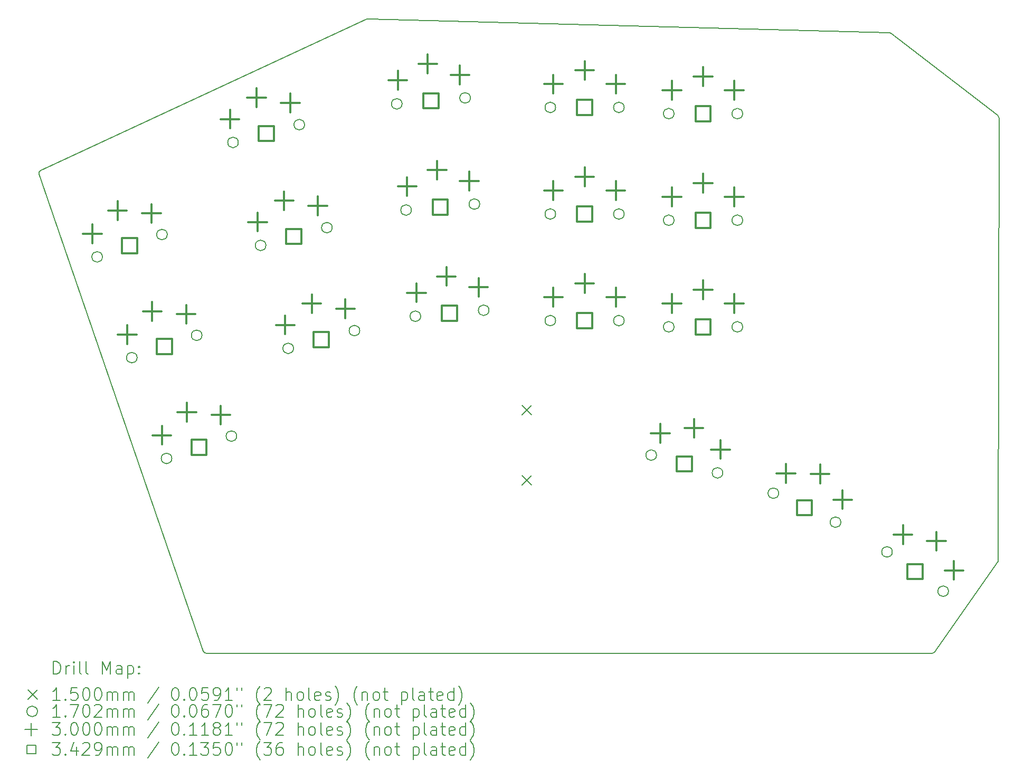
<source format=gbr>
%FSLAX45Y45*%
G04 Gerber Fmt 4.5, Leading zero omitted, Abs format (unit mm)*
G04 Created by KiCad (PCBNEW 5.99.0-unknown-fa82fcb809~131~ubuntu20.04.1) date 2021-08-27 12:16:20*
%MOMM*%
%LPD*%
G01*
G04 APERTURE LIST*
%TA.AperFunction,Profile*%
%ADD10C,0.150000*%
%TD*%
%ADD11C,0.200000*%
%ADD12C,0.150000*%
%ADD13C,0.170180*%
%ADD14C,0.300000*%
%ADD15C,0.342900*%
G04 APERTURE END LIST*
D10*
X10545124Y6549097D02*
X12262703Y5224108D01*
X12282162Y5184424D02*
X12268700Y-1907414D01*
X12268700Y-1907414D02*
G75*
G02*
X12259658Y-1935997I-50000J95D01*
G01*
X11251164Y-3376276D02*
G75*
G02*
X11210202Y-3397598I-40958J28679D01*
G01*
X11210202Y-3397598D02*
X-437783Y-3396573D01*
X12262703Y5224108D02*
G75*
G02*
X12282162Y5184424I-30540J-39589D01*
G01*
X-437783Y-3396573D02*
G75*
G02*
X-485055Y-3362852I4J50000D01*
G01*
X2160572Y6780047D02*
X10515903Y6559490D01*
X-3092431Y4347306D02*
X2138200Y6775416D01*
X-485055Y-3362852D02*
X-3118654Y4285675D01*
X12259658Y-1935997D02*
X11251164Y-3376276D01*
X10515903Y6559490D02*
G75*
G02*
X10545124Y6549097I-1319J-49983D01*
G01*
X2138200Y6775416D02*
G75*
G02*
X2160572Y6780047I21053J-45352D01*
G01*
X-3118654Y4285675D02*
G75*
G02*
X-3092431Y4347306I47276J16278D01*
G01*
D11*
D12*
X4627209Y576560D02*
X4777209Y426560D01*
X4777209Y576560D02*
X4627209Y426560D01*
X4627209Y-548440D02*
X4777209Y-698440D01*
X4777209Y-548440D02*
X4627209Y-698440D01*
D13*
X-2101854Y2961993D02*
G75*
G03*
X-2101854Y2961993I-85090J0D01*
G01*
X-2101854Y2961993D02*
G75*
G03*
X-2101854Y2961993I-85090J0D01*
G01*
X-1545133Y1345156D02*
G75*
G03*
X-1545133Y1345156I-85090J0D01*
G01*
X-1545133Y1345156D02*
G75*
G03*
X-1545133Y1345156I-85090J0D01*
G01*
X-1061784Y3320118D02*
G75*
G03*
X-1061784Y3320118I-85090J0D01*
G01*
X-1061784Y3320118D02*
G75*
G03*
X-1061784Y3320118I-85090J0D01*
G01*
X-988411Y-271681D02*
G75*
G03*
X-988411Y-271681I-85090J0D01*
G01*
X-988411Y-271681D02*
G75*
G03*
X-988411Y-271681I-85090J0D01*
G01*
X-505062Y1703281D02*
G75*
G03*
X-505062Y1703281I-85090J0D01*
G01*
X-505062Y1703281D02*
G75*
G03*
X-505062Y1703281I-85090J0D01*
G01*
X51659Y86444D02*
G75*
G03*
X51659Y86444I-85090J0D01*
G01*
X51659Y86444D02*
G75*
G03*
X51659Y86444I-85090J0D01*
G01*
X77802Y4797515D02*
G75*
G03*
X77802Y4797515I-85090J0D01*
G01*
X77802Y4797515D02*
G75*
G03*
X77802Y4797515I-85090J0D01*
G01*
X520382Y3145782D02*
G75*
G03*
X520382Y3145782I-85090J0D01*
G01*
X520382Y3145782D02*
G75*
G03*
X520382Y3145782I-85090J0D01*
G01*
X962963Y1494049D02*
G75*
G03*
X962963Y1494049I-85090J0D01*
G01*
X962963Y1494049D02*
G75*
G03*
X962963Y1494049I-85090J0D01*
G01*
X1140320Y5082216D02*
G75*
G03*
X1140320Y5082216I-85090J0D01*
G01*
X1140320Y5082216D02*
G75*
G03*
X1140320Y5082216I-85090J0D01*
G01*
X1582901Y3430483D02*
G75*
G03*
X1582901Y3430483I-85090J0D01*
G01*
X1582901Y3430483D02*
G75*
G03*
X1582901Y3430483I-85090J0D01*
G01*
X2025481Y1778750D02*
G75*
G03*
X2025481Y1778750I-85090J0D01*
G01*
X2025481Y1778750D02*
G75*
G03*
X2025481Y1778750I-85090J0D01*
G01*
X2704619Y5416188D02*
G75*
G03*
X2704619Y5416188I-85090J0D01*
G01*
X2704619Y5416188D02*
G75*
G03*
X2704619Y5416188I-85090J0D01*
G01*
X2853655Y3712695D02*
G75*
G03*
X2853655Y3712695I-85090J0D01*
G01*
X2853655Y3712695D02*
G75*
G03*
X2853655Y3712695I-85090J0D01*
G01*
X3002691Y2009202D02*
G75*
G03*
X3002691Y2009202I-85090J0D01*
G01*
X3002691Y2009202D02*
G75*
G03*
X3002691Y2009202I-85090J0D01*
G01*
X3800433Y5512060D02*
G75*
G03*
X3800433Y5512060I-85090J0D01*
G01*
X3800433Y5512060D02*
G75*
G03*
X3800433Y5512060I-85090J0D01*
G01*
X3949469Y3808567D02*
G75*
G03*
X3949469Y3808567I-85090J0D01*
G01*
X3949469Y3808567D02*
G75*
G03*
X3949469Y3808567I-85090J0D01*
G01*
X4098505Y2105074D02*
G75*
G03*
X4098505Y2105074I-85090J0D01*
G01*
X4098505Y2105074D02*
G75*
G03*
X4098505Y2105074I-85090J0D01*
G01*
X5167299Y5359060D02*
G75*
G03*
X5167299Y5359060I-85090J0D01*
G01*
X5167299Y5359060D02*
G75*
G03*
X5167299Y5359060I-85090J0D01*
G01*
X5167299Y3649060D02*
G75*
G03*
X5167299Y3649060I-85090J0D01*
G01*
X5167299Y3649060D02*
G75*
G03*
X5167299Y3649060I-85090J0D01*
G01*
X5167299Y1939060D02*
G75*
G03*
X5167299Y1939060I-85090J0D01*
G01*
X5167299Y1939060D02*
G75*
G03*
X5167299Y1939060I-85090J0D01*
G01*
X6267299Y5359060D02*
G75*
G03*
X6267299Y5359060I-85090J0D01*
G01*
X6267299Y5359060D02*
G75*
G03*
X6267299Y5359060I-85090J0D01*
G01*
X6267299Y3649060D02*
G75*
G03*
X6267299Y3649060I-85090J0D01*
G01*
X6267299Y3649060D02*
G75*
G03*
X6267299Y3649060I-85090J0D01*
G01*
X6267299Y1939060D02*
G75*
G03*
X6267299Y1939060I-85090J0D01*
G01*
X6267299Y1939060D02*
G75*
G03*
X6267299Y1939060I-85090J0D01*
G01*
X6786040Y-218589D02*
G75*
G03*
X6786040Y-218589I-85090J0D01*
G01*
X6786040Y-218589D02*
G75*
G03*
X6786040Y-218589I-85090J0D01*
G01*
X7067299Y5259060D02*
G75*
G03*
X7067299Y5259060I-85090J0D01*
G01*
X7067299Y5259060D02*
G75*
G03*
X7067299Y5259060I-85090J0D01*
G01*
X7067299Y3549060D02*
G75*
G03*
X7067299Y3549060I-85090J0D01*
G01*
X7067299Y3549060D02*
G75*
G03*
X7067299Y3549060I-85090J0D01*
G01*
X7067299Y1839060D02*
G75*
G03*
X7067299Y1839060I-85090J0D01*
G01*
X7067299Y1839060D02*
G75*
G03*
X7067299Y1839060I-85090J0D01*
G01*
X7848558Y-503290D02*
G75*
G03*
X7848558Y-503290I-85090J0D01*
G01*
X7848558Y-503290D02*
G75*
G03*
X7848558Y-503290I-85090J0D01*
G01*
X8167299Y5259060D02*
G75*
G03*
X8167299Y5259060I-85090J0D01*
G01*
X8167299Y5259060D02*
G75*
G03*
X8167299Y5259060I-85090J0D01*
G01*
X8167299Y3549060D02*
G75*
G03*
X8167299Y3549060I-85090J0D01*
G01*
X8167299Y3549060D02*
G75*
G03*
X8167299Y3549060I-85090J0D01*
G01*
X8167299Y1839060D02*
G75*
G03*
X8167299Y1839060I-85090J0D01*
G01*
X8167299Y1839060D02*
G75*
G03*
X8167299Y1839060I-85090J0D01*
G01*
X8744871Y-829522D02*
G75*
G03*
X8744871Y-829522I-85090J0D01*
G01*
X8744871Y-829522D02*
G75*
G03*
X8744871Y-829522I-85090J0D01*
G01*
X9741810Y-1294402D02*
G75*
G03*
X9741810Y-1294402I-85090J0D01*
G01*
X9741810Y-1294402D02*
G75*
G03*
X9741810Y-1294402I-85090J0D01*
G01*
X10567856Y-1771320D02*
G75*
G03*
X10567856Y-1771320I-85090J0D01*
G01*
X10567856Y-1771320D02*
G75*
G03*
X10567856Y-1771320I-85090J0D01*
G01*
X11468923Y-2402254D02*
G75*
G03*
X11468923Y-2402254I-85090J0D01*
G01*
X11468923Y-2402254D02*
G75*
G03*
X11468923Y-2402254I-85090J0D01*
G01*
D14*
X-2261756Y3482840D02*
X-2261756Y3182840D01*
X-2411756Y3332840D02*
X-2111756Y3332840D01*
X-1860622Y3853639D02*
X-1860622Y3553639D01*
X-2010622Y3703639D02*
X-1710622Y3703639D01*
X-1860622Y3853639D02*
X-1860622Y3553639D01*
X-2010622Y3703639D02*
X-1710622Y3703639D01*
X-1705035Y1866004D02*
X-1705035Y1566004D01*
X-1855035Y1716004D02*
X-1555035Y1716004D01*
X-1316238Y3808409D02*
X-1316238Y3508409D01*
X-1466238Y3658409D02*
X-1166238Y3658409D01*
X-1303901Y2236802D02*
X-1303901Y1936802D01*
X-1453900Y2086802D02*
X-1153901Y2086802D01*
X-1303901Y2236802D02*
X-1303901Y1936802D01*
X-1453900Y2086802D02*
X-1153901Y2086802D01*
X-1148313Y249167D02*
X-1148313Y-50833D01*
X-1298313Y99167D02*
X-998313Y99167D01*
X-759516Y2191572D02*
X-759516Y1891572D01*
X-909516Y2041572D02*
X-609516Y2041572D01*
X-747179Y619965D02*
X-747179Y319965D01*
X-897179Y469965D02*
X-597179Y469965D01*
X-747179Y619965D02*
X-747179Y319965D01*
X-897179Y469965D02*
X-597179Y469965D01*
X-202795Y574735D02*
X-202795Y274735D01*
X-352795Y424735D02*
X-52795Y424735D01*
X-56049Y5322678D02*
X-56049Y5022678D01*
X-206049Y5172678D02*
X93951Y5172678D01*
X369974Y5664591D02*
X369974Y5364592D01*
X219974Y5514592D02*
X519974Y5514592D01*
X369974Y5664591D02*
X369974Y5364592D01*
X219974Y5514592D02*
X519974Y5514592D01*
X386531Y3670945D02*
X386531Y3370945D01*
X236531Y3520945D02*
X536532Y3520945D01*
X812554Y4012858D02*
X812554Y3712858D01*
X662554Y3862858D02*
X962554Y3862858D01*
X812554Y4012858D02*
X812554Y3712858D01*
X662554Y3862858D02*
X962554Y3862858D01*
X829112Y2019212D02*
X829112Y1719212D01*
X679112Y1869212D02*
X979112Y1869212D01*
X909877Y5581497D02*
X909877Y5281497D01*
X759877Y5431497D02*
X1059877Y5431497D01*
X1255135Y2361125D02*
X1255135Y2061125D01*
X1105135Y2211125D02*
X1405135Y2211125D01*
X1255135Y2361125D02*
X1255135Y2061125D01*
X1105135Y2211125D02*
X1405135Y2211125D01*
X1352457Y3929764D02*
X1352457Y3629764D01*
X1202457Y3779764D02*
X1502457Y3779764D01*
X1795038Y2278031D02*
X1795038Y1978031D01*
X1645038Y2128031D02*
X1945038Y2128031D01*
X2636655Y5944119D02*
X2636655Y5644119D01*
X2486655Y5794119D02*
X2786655Y5794119D01*
X2785691Y4240626D02*
X2785691Y3940626D01*
X2635691Y4090626D02*
X2935691Y4090626D01*
X2934727Y2537133D02*
X2934727Y2237133D01*
X2784727Y2387133D02*
X3084727Y2387133D01*
X3115578Y6206860D02*
X3115578Y5906860D01*
X2965578Y6056860D02*
X3265578Y6056860D01*
X3115578Y6206860D02*
X3115578Y5906860D01*
X2965578Y6056860D02*
X3265578Y6056860D01*
X3264614Y4503367D02*
X3264614Y4203367D01*
X3114614Y4353367D02*
X3414614Y4353367D01*
X3264614Y4503367D02*
X3264614Y4203367D01*
X3114614Y4353367D02*
X3414614Y4353367D01*
X3413650Y2799874D02*
X3413650Y2499874D01*
X3263650Y2649874D02*
X3563650Y2649874D01*
X3413650Y2799874D02*
X3413650Y2499874D01*
X3263650Y2649874D02*
X3563650Y2649874D01*
X3632849Y6031275D02*
X3632849Y5731275D01*
X3482849Y5881275D02*
X3782849Y5881275D01*
X3781886Y4327782D02*
X3781886Y4027782D01*
X3631886Y4177782D02*
X3931886Y4177782D01*
X3930922Y2624289D02*
X3930922Y2324289D01*
X3780922Y2474289D02*
X4080922Y2474289D01*
X5132209Y5884060D02*
X5132209Y5584060D01*
X4982209Y5734060D02*
X5282209Y5734060D01*
X5132209Y4174060D02*
X5132209Y3874060D01*
X4982209Y4024060D02*
X5282209Y4024060D01*
X5132209Y2464060D02*
X5132209Y2164060D01*
X4982209Y2314060D02*
X5282209Y2314060D01*
X5632209Y6104060D02*
X5632209Y5804060D01*
X5482209Y5954060D02*
X5782209Y5954060D01*
X5632209Y6104060D02*
X5632209Y5804060D01*
X5482209Y5954060D02*
X5782209Y5954060D01*
X5632209Y4394060D02*
X5632209Y4094060D01*
X5482209Y4244060D02*
X5782209Y4244060D01*
X5632209Y4394060D02*
X5632209Y4094060D01*
X5482209Y4244060D02*
X5782209Y4244060D01*
X5632209Y2684060D02*
X5632209Y2384060D01*
X5482209Y2534060D02*
X5782209Y2534060D01*
X5632209Y2684060D02*
X5632209Y2384060D01*
X5482209Y2534060D02*
X5782209Y2534060D01*
X6132209Y5884060D02*
X6132209Y5584060D01*
X5982209Y5734060D02*
X6282209Y5734060D01*
X6132209Y4174060D02*
X6132209Y3874060D01*
X5982209Y4024060D02*
X6282209Y4024060D01*
X6132209Y2464060D02*
X6132209Y2164060D01*
X5982209Y2314060D02*
X6282209Y2314060D01*
X6846303Y280692D02*
X6846303Y-19308D01*
X6696303Y130692D02*
X6996303Y130692D01*
X7032209Y5784060D02*
X7032209Y5484060D01*
X6882209Y5634060D02*
X7182209Y5634060D01*
X7032209Y4074060D02*
X7032209Y3774060D01*
X6882209Y3924060D02*
X7182209Y3924060D01*
X7032209Y2364060D02*
X7032209Y2064060D01*
X6882209Y2214060D02*
X7182209Y2214060D01*
X7386206Y363786D02*
X7386206Y63786D01*
X7236206Y213786D02*
X7536206Y213786D01*
X7386206Y363786D02*
X7386206Y63786D01*
X7236206Y213786D02*
X7536206Y213786D01*
X7532209Y6004060D02*
X7532209Y5704060D01*
X7382209Y5854060D02*
X7682209Y5854060D01*
X7532209Y6004060D02*
X7532209Y5704060D01*
X7382209Y5854060D02*
X7682209Y5854060D01*
X7532209Y4294060D02*
X7532209Y3994060D01*
X7382209Y4144060D02*
X7682209Y4144060D01*
X7532209Y4294060D02*
X7532209Y3994060D01*
X7382209Y4144060D02*
X7682209Y4144060D01*
X7532209Y2584060D02*
X7532209Y2284060D01*
X7382209Y2434060D02*
X7682209Y2434060D01*
X7532209Y2584060D02*
X7532209Y2284060D01*
X7382209Y2434060D02*
X7682209Y2434060D01*
X7812229Y21873D02*
X7812229Y-278127D01*
X7662229Y-128127D02*
X7962229Y-128127D01*
X8032209Y5784060D02*
X8032209Y5484060D01*
X7882209Y5634060D02*
X8182209Y5634060D01*
X8032209Y4074060D02*
X8032209Y3774060D01*
X7882209Y3924060D02*
X8182209Y3924060D01*
X8032209Y2364060D02*
X8032209Y2064060D01*
X7882209Y2214060D02*
X8182209Y2214060D01*
X8863578Y-360787D02*
X8863578Y-660787D01*
X8713578Y-510787D02*
X9013578Y-510787D01*
X9409708Y-372708D02*
X9409708Y-672709D01*
X9259708Y-522708D02*
X9559708Y-522708D01*
X9409708Y-372708D02*
X9409708Y-672709D01*
X9259708Y-522708D02*
X9559708Y-522708D01*
X9769886Y-783405D02*
X9769886Y-1083405D01*
X9619886Y-933405D02*
X9919886Y-933405D01*
X10738815Y-1342817D02*
X10738815Y-1642816D01*
X10588815Y-1492816D02*
X10888815Y-1492816D01*
X11274577Y-1449391D02*
X11274577Y-1749391D01*
X11124578Y-1599391D02*
X11424577Y-1599391D01*
X11274577Y-1449391D02*
X11274577Y-1749391D01*
X11124578Y-1599391D02*
X11424577Y-1599391D01*
X11557967Y-1916393D02*
X11557967Y-2216393D01*
X11407967Y-2066393D02*
X11707967Y-2066393D01*
D15*
X-1545674Y3019820D02*
X-1545674Y3262290D01*
X-1788143Y3262290D01*
X-1788143Y3019820D01*
X-1545674Y3019820D01*
X-1545674Y3019820D02*
X-1545674Y3262290D01*
X-1788143Y3262290D01*
X-1788143Y3019820D01*
X-1545674Y3019820D01*
X-988953Y1402984D02*
X-988953Y1645453D01*
X-1231422Y1645453D01*
X-1231422Y1402984D01*
X-988953Y1402984D01*
X-988953Y1402984D02*
X-988953Y1645453D01*
X-1231422Y1645453D01*
X-1231422Y1402984D01*
X-988953Y1402984D01*
X-432231Y-213853D02*
X-432231Y28616D01*
X-674701Y28616D01*
X-674701Y-213853D01*
X-432231Y-213853D01*
X-432231Y-213853D02*
X-432231Y28616D01*
X-674701Y28616D01*
X-674701Y-213853D01*
X-432231Y-213853D01*
X645206Y4818631D02*
X645206Y5061100D01*
X402736Y5061100D01*
X402736Y4818631D01*
X645206Y4818631D01*
X645206Y4818631D02*
X645206Y5061100D01*
X402736Y5061100D01*
X402736Y4818631D01*
X645206Y4818631D01*
X1087786Y3166898D02*
X1087786Y3409367D01*
X845317Y3409367D01*
X845317Y3166898D01*
X1087786Y3166898D01*
X1087786Y3166898D02*
X1087786Y3409367D01*
X845317Y3409367D01*
X845317Y3166898D01*
X1087786Y3166898D01*
X1530367Y1515165D02*
X1530367Y1757634D01*
X1287898Y1757634D01*
X1287898Y1515165D01*
X1530367Y1515165D01*
X1530367Y1515165D02*
X1530367Y1757634D01*
X1287898Y1757634D01*
X1287898Y1515165D01*
X1530367Y1515165D01*
X3288670Y5342889D02*
X3288670Y5585359D01*
X3046201Y5585359D01*
X3046201Y5342889D01*
X3288670Y5342889D01*
X3288670Y5342889D02*
X3288670Y5585359D01*
X3046201Y5585359D01*
X3046201Y5342889D01*
X3288670Y5342889D01*
X3437706Y3639396D02*
X3437706Y3881865D01*
X3195237Y3881865D01*
X3195237Y3639396D01*
X3437706Y3639396D01*
X3437706Y3639396D02*
X3437706Y3881865D01*
X3195237Y3881865D01*
X3195237Y3639396D01*
X3437706Y3639396D01*
X3586743Y1935903D02*
X3586743Y2178373D01*
X3344274Y2178373D01*
X3344274Y1935903D01*
X3586743Y1935903D01*
X3586743Y1935903D02*
X3586743Y2178373D01*
X3344274Y2178373D01*
X3344274Y1935903D01*
X3586743Y1935903D01*
X5753444Y5237826D02*
X5753444Y5480295D01*
X5510975Y5480295D01*
X5510975Y5237826D01*
X5753444Y5237826D01*
X5753444Y5237826D02*
X5753444Y5480295D01*
X5510975Y5480295D01*
X5510975Y5237826D01*
X5753444Y5237826D01*
X5753444Y3527825D02*
X5753444Y3770295D01*
X5510975Y3770295D01*
X5510975Y3527825D01*
X5753444Y3527825D01*
X5753444Y3527825D02*
X5753444Y3770295D01*
X5510975Y3770295D01*
X5510975Y3527825D01*
X5753444Y3527825D01*
X5753444Y1817825D02*
X5753444Y2060295D01*
X5510975Y2060295D01*
X5510975Y1817825D01*
X5753444Y1817825D01*
X5753444Y1817825D02*
X5753444Y2060295D01*
X5510975Y2060295D01*
X5510975Y1817825D01*
X5753444Y1817825D01*
X7353444Y-482174D02*
X7353444Y-239705D01*
X7110974Y-239705D01*
X7110974Y-482174D01*
X7353444Y-482174D01*
X7353444Y-482174D02*
X7353444Y-239705D01*
X7110974Y-239705D01*
X7110974Y-482174D01*
X7353444Y-482174D01*
X7653444Y5137826D02*
X7653444Y5380295D01*
X7410974Y5380295D01*
X7410974Y5137826D01*
X7653444Y5137826D01*
X7653444Y5137826D02*
X7653444Y5380295D01*
X7410974Y5380295D01*
X7410974Y5137826D01*
X7653444Y5137826D01*
X7653444Y3427825D02*
X7653444Y3670295D01*
X7410974Y3670295D01*
X7410974Y3427825D01*
X7653444Y3427825D01*
X7653444Y3427825D02*
X7653444Y3670295D01*
X7410974Y3670295D01*
X7410974Y3427825D01*
X7653444Y3427825D01*
X7653444Y1717825D02*
X7653444Y1960295D01*
X7410974Y1960295D01*
X7410974Y1717825D01*
X7653444Y1717825D01*
X7653444Y1717825D02*
X7653444Y1960295D01*
X7410974Y1960295D01*
X7410974Y1717825D01*
X7653444Y1717825D01*
X9279485Y-1183196D02*
X9279485Y-940727D01*
X9037016Y-940727D01*
X9037016Y-1183196D01*
X9279485Y-1183196D01*
X9279485Y-1183196D02*
X9279485Y-940727D01*
X9037016Y-940727D01*
X9037016Y-1183196D01*
X9279485Y-1183196D01*
X11054534Y-2208021D02*
X11054534Y-1965552D01*
X10812065Y-1965552D01*
X10812065Y-2208021D01*
X11054534Y-2208021D01*
X11054534Y-2208021D02*
X11054534Y-1965552D01*
X10812065Y-1965552D01*
X10812065Y-2208021D01*
X11054534Y-2208021D01*
D11*
X-2886259Y-3730574D02*
X-2886259Y-3530574D01*
X-2838640Y-3530574D01*
X-2810068Y-3540098D01*
X-2791021Y-3559145D01*
X-2781497Y-3578193D01*
X-2771973Y-3616288D01*
X-2771973Y-3644860D01*
X-2781497Y-3682955D01*
X-2791021Y-3702002D01*
X-2810068Y-3721050D01*
X-2838640Y-3730574D01*
X-2886259Y-3730574D01*
X-2686259Y-3730574D02*
X-2686259Y-3597240D01*
X-2686259Y-3635336D02*
X-2676735Y-3616288D01*
X-2667211Y-3606764D01*
X-2648164Y-3597240D01*
X-2629116Y-3597240D01*
X-2562449Y-3730574D02*
X-2562449Y-3597240D01*
X-2562449Y-3530574D02*
X-2571973Y-3540098D01*
X-2562449Y-3549621D01*
X-2552926Y-3540098D01*
X-2562449Y-3530574D01*
X-2562449Y-3549621D01*
X-2438640Y-3730574D02*
X-2457688Y-3721050D01*
X-2467211Y-3702002D01*
X-2467211Y-3530574D01*
X-2333878Y-3730574D02*
X-2352926Y-3721050D01*
X-2362449Y-3702002D01*
X-2362449Y-3530574D01*
X-2105307Y-3730574D02*
X-2105307Y-3530574D01*
X-2038640Y-3673431D01*
X-1971973Y-3530574D01*
X-1971973Y-3730574D01*
X-1791021Y-3730574D02*
X-1791021Y-3625812D01*
X-1800545Y-3606764D01*
X-1819592Y-3597240D01*
X-1857687Y-3597240D01*
X-1876735Y-3606764D01*
X-1791021Y-3721050D02*
X-1810068Y-3730574D01*
X-1857687Y-3730574D01*
X-1876735Y-3721050D01*
X-1886259Y-3702002D01*
X-1886259Y-3682955D01*
X-1876735Y-3663907D01*
X-1857687Y-3654383D01*
X-1810068Y-3654383D01*
X-1791021Y-3644860D01*
X-1695783Y-3597240D02*
X-1695783Y-3797240D01*
X-1695783Y-3606764D02*
X-1676735Y-3597240D01*
X-1638640Y-3597240D01*
X-1619592Y-3606764D01*
X-1610068Y-3616288D01*
X-1600545Y-3635336D01*
X-1600545Y-3692479D01*
X-1610068Y-3711526D01*
X-1619592Y-3721050D01*
X-1638640Y-3730574D01*
X-1676735Y-3730574D01*
X-1695783Y-3721050D01*
X-1514830Y-3711526D02*
X-1505306Y-3721050D01*
X-1514830Y-3730574D01*
X-1524354Y-3721050D01*
X-1514830Y-3711526D01*
X-1514830Y-3730574D01*
X-1514830Y-3606764D02*
X-1505306Y-3616288D01*
X-1514830Y-3625812D01*
X-1524354Y-3616288D01*
X-1514830Y-3606764D01*
X-1514830Y-3625812D01*
D12*
X-3293878Y-3985098D02*
X-3143878Y-4135098D01*
X-3143878Y-3985098D02*
X-3293878Y-4135098D01*
D11*
X-2781497Y-4150574D02*
X-2895783Y-4150574D01*
X-2838640Y-4150574D02*
X-2838640Y-3950574D01*
X-2857687Y-3979145D01*
X-2876735Y-3998193D01*
X-2895783Y-4007717D01*
X-2695783Y-4131526D02*
X-2686259Y-4141050D01*
X-2695783Y-4150574D01*
X-2705307Y-4141050D01*
X-2695783Y-4131526D01*
X-2695783Y-4150574D01*
X-2505307Y-3950574D02*
X-2600545Y-3950574D01*
X-2610068Y-4045812D01*
X-2600545Y-4036288D01*
X-2581497Y-4026764D01*
X-2533878Y-4026764D01*
X-2514830Y-4036288D01*
X-2505307Y-4045812D01*
X-2495783Y-4064860D01*
X-2495783Y-4112479D01*
X-2505307Y-4131526D01*
X-2514830Y-4141050D01*
X-2533878Y-4150574D01*
X-2581497Y-4150574D01*
X-2600545Y-4141050D01*
X-2610068Y-4131526D01*
X-2371973Y-3950574D02*
X-2352926Y-3950574D01*
X-2333878Y-3960098D01*
X-2324354Y-3969621D01*
X-2314830Y-3988669D01*
X-2305307Y-4026764D01*
X-2305307Y-4074383D01*
X-2314830Y-4112479D01*
X-2324354Y-4131526D01*
X-2333878Y-4141050D01*
X-2352926Y-4150574D01*
X-2371973Y-4150574D01*
X-2391021Y-4141050D01*
X-2400545Y-4131526D01*
X-2410068Y-4112479D01*
X-2419592Y-4074383D01*
X-2419592Y-4026764D01*
X-2410068Y-3988669D01*
X-2400545Y-3969621D01*
X-2391021Y-3960098D01*
X-2371973Y-3950574D01*
X-2181497Y-3950574D02*
X-2162449Y-3950574D01*
X-2143402Y-3960098D01*
X-2133878Y-3969621D01*
X-2124354Y-3988669D01*
X-2114830Y-4026764D01*
X-2114830Y-4074383D01*
X-2124354Y-4112479D01*
X-2133878Y-4131526D01*
X-2143402Y-4141050D01*
X-2162449Y-4150574D01*
X-2181497Y-4150574D01*
X-2200545Y-4141050D01*
X-2210068Y-4131526D01*
X-2219592Y-4112479D01*
X-2229116Y-4074383D01*
X-2229116Y-4026764D01*
X-2219592Y-3988669D01*
X-2210068Y-3969621D01*
X-2200545Y-3960098D01*
X-2181497Y-3950574D01*
X-2029116Y-4150574D02*
X-2029116Y-4017240D01*
X-2029116Y-4036288D02*
X-2019592Y-4026764D01*
X-2000545Y-4017240D01*
X-1971973Y-4017240D01*
X-1952926Y-4026764D01*
X-1943402Y-4045812D01*
X-1943402Y-4150574D01*
X-1943402Y-4045812D02*
X-1933878Y-4026764D01*
X-1914830Y-4017240D01*
X-1886259Y-4017240D01*
X-1867211Y-4026764D01*
X-1857687Y-4045812D01*
X-1857687Y-4150574D01*
X-1762449Y-4150574D02*
X-1762449Y-4017240D01*
X-1762449Y-4036288D02*
X-1752926Y-4026764D01*
X-1733878Y-4017240D01*
X-1705306Y-4017240D01*
X-1686259Y-4026764D01*
X-1676735Y-4045812D01*
X-1676735Y-4150574D01*
X-1676735Y-4045812D02*
X-1667211Y-4026764D01*
X-1648164Y-4017240D01*
X-1619592Y-4017240D01*
X-1600545Y-4026764D01*
X-1591021Y-4045812D01*
X-1591021Y-4150574D01*
X-1200545Y-3941050D02*
X-1371973Y-4198193D01*
X-943402Y-3950574D02*
X-924354Y-3950574D01*
X-905306Y-3960098D01*
X-895783Y-3969621D01*
X-886259Y-3988669D01*
X-876735Y-4026764D01*
X-876735Y-4074383D01*
X-886259Y-4112479D01*
X-895783Y-4131526D01*
X-905306Y-4141050D01*
X-924354Y-4150574D01*
X-943402Y-4150574D01*
X-962449Y-4141050D01*
X-971973Y-4131526D01*
X-981497Y-4112479D01*
X-991021Y-4074383D01*
X-991021Y-4026764D01*
X-981497Y-3988669D01*
X-971973Y-3969621D01*
X-962449Y-3960098D01*
X-943402Y-3950574D01*
X-791021Y-4131526D02*
X-781497Y-4141050D01*
X-791021Y-4150574D01*
X-800545Y-4141050D01*
X-791021Y-4131526D01*
X-791021Y-4150574D01*
X-657688Y-3950574D02*
X-638640Y-3950574D01*
X-619592Y-3960098D01*
X-610068Y-3969621D01*
X-600545Y-3988669D01*
X-591021Y-4026764D01*
X-591021Y-4074383D01*
X-600545Y-4112479D01*
X-610068Y-4131526D01*
X-619592Y-4141050D01*
X-638640Y-4150574D01*
X-657688Y-4150574D01*
X-676735Y-4141050D01*
X-686259Y-4131526D01*
X-695783Y-4112479D01*
X-705306Y-4074383D01*
X-705306Y-4026764D01*
X-695783Y-3988669D01*
X-686259Y-3969621D01*
X-676735Y-3960098D01*
X-657688Y-3950574D01*
X-410068Y-3950574D02*
X-505306Y-3950574D01*
X-514830Y-4045812D01*
X-505306Y-4036288D01*
X-486259Y-4026764D01*
X-438640Y-4026764D01*
X-419592Y-4036288D01*
X-410068Y-4045812D01*
X-400545Y-4064860D01*
X-400545Y-4112479D01*
X-410068Y-4131526D01*
X-419592Y-4141050D01*
X-438640Y-4150574D01*
X-486259Y-4150574D01*
X-505306Y-4141050D01*
X-514830Y-4131526D01*
X-305307Y-4150574D02*
X-267211Y-4150574D01*
X-248164Y-4141050D01*
X-238640Y-4131526D01*
X-219592Y-4102955D01*
X-210068Y-4064860D01*
X-210068Y-3988669D01*
X-219592Y-3969621D01*
X-229116Y-3960098D01*
X-248164Y-3950574D01*
X-286259Y-3950574D01*
X-305307Y-3960098D01*
X-314830Y-3969621D01*
X-324354Y-3988669D01*
X-324354Y-4036288D01*
X-314830Y-4055336D01*
X-305307Y-4064860D01*
X-286259Y-4074383D01*
X-248164Y-4074383D01*
X-229116Y-4064860D01*
X-219592Y-4055336D01*
X-210068Y-4036288D01*
X-19592Y-4150574D02*
X-133878Y-4150574D01*
X-76735Y-4150574D02*
X-76735Y-3950574D01*
X-95783Y-3979145D01*
X-114830Y-3998193D01*
X-133878Y-4007717D01*
X56598Y-3950574D02*
X56598Y-3988669D01*
X132789Y-3950574D02*
X132789Y-3988669D01*
X428027Y-4226764D02*
X418503Y-4217241D01*
X399455Y-4188669D01*
X389931Y-4169621D01*
X380408Y-4141050D01*
X370884Y-4093431D01*
X370884Y-4055336D01*
X380408Y-4007717D01*
X389931Y-3979145D01*
X399455Y-3960098D01*
X418503Y-3931526D01*
X428027Y-3922002D01*
X494693Y-3969621D02*
X504217Y-3960098D01*
X523265Y-3950574D01*
X570884Y-3950574D01*
X589932Y-3960098D01*
X599455Y-3969621D01*
X608979Y-3988669D01*
X608979Y-4007717D01*
X599455Y-4036288D01*
X485170Y-4150574D01*
X608979Y-4150574D01*
X847074Y-4150574D02*
X847074Y-3950574D01*
X932789Y-4150574D02*
X932789Y-4045812D01*
X923265Y-4026764D01*
X904217Y-4017240D01*
X875646Y-4017240D01*
X856598Y-4026764D01*
X847074Y-4036288D01*
X1056598Y-4150574D02*
X1037550Y-4141050D01*
X1028027Y-4131526D01*
X1018503Y-4112479D01*
X1018503Y-4055336D01*
X1028027Y-4036288D01*
X1037550Y-4026764D01*
X1056598Y-4017240D01*
X1085170Y-4017240D01*
X1104217Y-4026764D01*
X1113741Y-4036288D01*
X1123265Y-4055336D01*
X1123265Y-4112479D01*
X1113741Y-4131526D01*
X1104217Y-4141050D01*
X1085170Y-4150574D01*
X1056598Y-4150574D01*
X1237551Y-4150574D02*
X1218503Y-4141050D01*
X1208979Y-4122002D01*
X1208979Y-3950574D01*
X1389932Y-4141050D02*
X1370884Y-4150574D01*
X1332789Y-4150574D01*
X1313741Y-4141050D01*
X1304217Y-4122002D01*
X1304217Y-4045812D01*
X1313741Y-4026764D01*
X1332789Y-4017240D01*
X1370884Y-4017240D01*
X1389932Y-4026764D01*
X1399455Y-4045812D01*
X1399455Y-4064860D01*
X1304217Y-4083907D01*
X1475646Y-4141050D02*
X1494693Y-4150574D01*
X1532789Y-4150574D01*
X1551836Y-4141050D01*
X1561360Y-4122002D01*
X1561360Y-4112479D01*
X1551836Y-4093431D01*
X1532789Y-4083907D01*
X1504217Y-4083907D01*
X1485170Y-4074383D01*
X1475646Y-4055336D01*
X1475646Y-4045812D01*
X1485170Y-4026764D01*
X1504217Y-4017240D01*
X1532789Y-4017240D01*
X1551836Y-4026764D01*
X1628027Y-4226764D02*
X1637550Y-4217241D01*
X1656598Y-4188669D01*
X1666122Y-4169621D01*
X1675646Y-4141050D01*
X1685170Y-4093431D01*
X1685170Y-4055336D01*
X1675646Y-4007717D01*
X1666122Y-3979145D01*
X1656598Y-3960098D01*
X1637550Y-3931526D01*
X1628027Y-3922002D01*
X1989931Y-4226764D02*
X1980408Y-4217241D01*
X1961360Y-4188669D01*
X1951836Y-4169621D01*
X1942312Y-4141050D01*
X1932789Y-4093431D01*
X1932789Y-4055336D01*
X1942312Y-4007717D01*
X1951836Y-3979145D01*
X1961360Y-3960098D01*
X1980408Y-3931526D01*
X1989931Y-3922002D01*
X2066122Y-4017240D02*
X2066122Y-4150574D01*
X2066122Y-4036288D02*
X2075646Y-4026764D01*
X2094693Y-4017240D01*
X2123265Y-4017240D01*
X2142312Y-4026764D01*
X2151836Y-4045812D01*
X2151836Y-4150574D01*
X2275646Y-4150574D02*
X2256598Y-4141050D01*
X2247074Y-4131526D01*
X2237551Y-4112479D01*
X2237551Y-4055336D01*
X2247074Y-4036288D01*
X2256598Y-4026764D01*
X2275646Y-4017240D01*
X2304217Y-4017240D01*
X2323265Y-4026764D01*
X2332789Y-4036288D01*
X2342312Y-4055336D01*
X2342312Y-4112479D01*
X2332789Y-4131526D01*
X2323265Y-4141050D01*
X2304217Y-4150574D01*
X2275646Y-4150574D01*
X2399455Y-4017240D02*
X2475646Y-4017240D01*
X2428027Y-3950574D02*
X2428027Y-4122002D01*
X2437551Y-4141050D01*
X2456598Y-4150574D01*
X2475646Y-4150574D01*
X2694693Y-4017240D02*
X2694693Y-4217241D01*
X2694693Y-4026764D02*
X2713741Y-4017240D01*
X2751836Y-4017240D01*
X2770884Y-4026764D01*
X2780408Y-4036288D01*
X2789932Y-4055336D01*
X2789932Y-4112479D01*
X2780408Y-4131526D01*
X2770884Y-4141050D01*
X2751836Y-4150574D01*
X2713741Y-4150574D01*
X2694693Y-4141050D01*
X2904217Y-4150574D02*
X2885170Y-4141050D01*
X2875646Y-4122002D01*
X2875646Y-3950574D01*
X3066122Y-4150574D02*
X3066122Y-4045812D01*
X3056598Y-4026764D01*
X3037550Y-4017240D01*
X2999455Y-4017240D01*
X2980408Y-4026764D01*
X3066122Y-4141050D02*
X3047074Y-4150574D01*
X2999455Y-4150574D01*
X2980408Y-4141050D01*
X2970884Y-4122002D01*
X2970884Y-4102955D01*
X2980408Y-4083907D01*
X2999455Y-4074383D01*
X3047074Y-4074383D01*
X3066122Y-4064860D01*
X3132789Y-4017240D02*
X3208979Y-4017240D01*
X3161360Y-3950574D02*
X3161360Y-4122002D01*
X3170884Y-4141050D01*
X3189931Y-4150574D01*
X3208979Y-4150574D01*
X3351836Y-4141050D02*
X3332789Y-4150574D01*
X3294693Y-4150574D01*
X3275646Y-4141050D01*
X3266122Y-4122002D01*
X3266122Y-4045812D01*
X3275646Y-4026764D01*
X3294693Y-4017240D01*
X3332789Y-4017240D01*
X3351836Y-4026764D01*
X3361360Y-4045812D01*
X3361360Y-4064860D01*
X3266122Y-4083907D01*
X3532789Y-4150574D02*
X3532789Y-3950574D01*
X3532789Y-4141050D02*
X3513741Y-4150574D01*
X3475646Y-4150574D01*
X3456598Y-4141050D01*
X3447074Y-4131526D01*
X3437550Y-4112479D01*
X3437550Y-4055336D01*
X3447074Y-4036288D01*
X3456598Y-4026764D01*
X3475646Y-4017240D01*
X3513741Y-4017240D01*
X3532789Y-4026764D01*
X3608979Y-4226764D02*
X3618503Y-4217241D01*
X3637550Y-4188669D01*
X3647074Y-4169621D01*
X3656598Y-4141050D01*
X3666122Y-4093431D01*
X3666122Y-4055336D01*
X3656598Y-4007717D01*
X3647074Y-3979145D01*
X3637550Y-3960098D01*
X3618503Y-3931526D01*
X3608979Y-3922002D01*
D13*
X-3143878Y-4330098D02*
G75*
G03*
X-3143878Y-4330098I-85090J0D01*
G01*
D11*
X-2781497Y-4420574D02*
X-2895783Y-4420574D01*
X-2838640Y-4420574D02*
X-2838640Y-4220574D01*
X-2857687Y-4249145D01*
X-2876735Y-4268193D01*
X-2895783Y-4277717D01*
X-2695783Y-4401526D02*
X-2686259Y-4411050D01*
X-2695783Y-4420574D01*
X-2705307Y-4411050D01*
X-2695783Y-4401526D01*
X-2695783Y-4420574D01*
X-2619592Y-4220574D02*
X-2486259Y-4220574D01*
X-2571973Y-4420574D01*
X-2371973Y-4220574D02*
X-2352926Y-4220574D01*
X-2333878Y-4230098D01*
X-2324354Y-4239622D01*
X-2314830Y-4258669D01*
X-2305307Y-4296764D01*
X-2305307Y-4344383D01*
X-2314830Y-4382479D01*
X-2324354Y-4401526D01*
X-2333878Y-4411050D01*
X-2352926Y-4420574D01*
X-2371973Y-4420574D01*
X-2391021Y-4411050D01*
X-2400545Y-4401526D01*
X-2410068Y-4382479D01*
X-2419592Y-4344383D01*
X-2419592Y-4296764D01*
X-2410068Y-4258669D01*
X-2400545Y-4239622D01*
X-2391021Y-4230098D01*
X-2371973Y-4220574D01*
X-2229116Y-4239622D02*
X-2219592Y-4230098D01*
X-2200545Y-4220574D01*
X-2152926Y-4220574D01*
X-2133878Y-4230098D01*
X-2124354Y-4239622D01*
X-2114830Y-4258669D01*
X-2114830Y-4277717D01*
X-2124354Y-4306288D01*
X-2238640Y-4420574D01*
X-2114830Y-4420574D01*
X-2029116Y-4420574D02*
X-2029116Y-4287241D01*
X-2029116Y-4306288D02*
X-2019592Y-4296764D01*
X-2000545Y-4287241D01*
X-1971973Y-4287241D01*
X-1952926Y-4296764D01*
X-1943402Y-4315812D01*
X-1943402Y-4420574D01*
X-1943402Y-4315812D02*
X-1933878Y-4296764D01*
X-1914830Y-4287241D01*
X-1886259Y-4287241D01*
X-1867211Y-4296764D01*
X-1857687Y-4315812D01*
X-1857687Y-4420574D01*
X-1762449Y-4420574D02*
X-1762449Y-4287241D01*
X-1762449Y-4306288D02*
X-1752926Y-4296764D01*
X-1733878Y-4287241D01*
X-1705306Y-4287241D01*
X-1686259Y-4296764D01*
X-1676735Y-4315812D01*
X-1676735Y-4420574D01*
X-1676735Y-4315812D02*
X-1667211Y-4296764D01*
X-1648164Y-4287241D01*
X-1619592Y-4287241D01*
X-1600545Y-4296764D01*
X-1591021Y-4315812D01*
X-1591021Y-4420574D01*
X-1200545Y-4211050D02*
X-1371973Y-4468193D01*
X-943402Y-4220574D02*
X-924354Y-4220574D01*
X-905306Y-4230098D01*
X-895783Y-4239622D01*
X-886259Y-4258669D01*
X-876735Y-4296764D01*
X-876735Y-4344383D01*
X-886259Y-4382479D01*
X-895783Y-4401526D01*
X-905306Y-4411050D01*
X-924354Y-4420574D01*
X-943402Y-4420574D01*
X-962449Y-4411050D01*
X-971973Y-4401526D01*
X-981497Y-4382479D01*
X-991021Y-4344383D01*
X-991021Y-4296764D01*
X-981497Y-4258669D01*
X-971973Y-4239622D01*
X-962449Y-4230098D01*
X-943402Y-4220574D01*
X-791021Y-4401526D02*
X-781497Y-4411050D01*
X-791021Y-4420574D01*
X-800545Y-4411050D01*
X-791021Y-4401526D01*
X-791021Y-4420574D01*
X-657688Y-4220574D02*
X-638640Y-4220574D01*
X-619592Y-4230098D01*
X-610068Y-4239622D01*
X-600545Y-4258669D01*
X-591021Y-4296764D01*
X-591021Y-4344383D01*
X-600545Y-4382479D01*
X-610068Y-4401526D01*
X-619592Y-4411050D01*
X-638640Y-4420574D01*
X-657688Y-4420574D01*
X-676735Y-4411050D01*
X-686259Y-4401526D01*
X-695783Y-4382479D01*
X-705306Y-4344383D01*
X-705306Y-4296764D01*
X-695783Y-4258669D01*
X-686259Y-4239622D01*
X-676735Y-4230098D01*
X-657688Y-4220574D01*
X-419592Y-4220574D02*
X-457687Y-4220574D01*
X-476735Y-4230098D01*
X-486259Y-4239622D01*
X-505306Y-4268193D01*
X-514830Y-4306288D01*
X-514830Y-4382479D01*
X-505306Y-4401526D01*
X-495783Y-4411050D01*
X-476735Y-4420574D01*
X-438640Y-4420574D01*
X-419592Y-4411050D01*
X-410068Y-4401526D01*
X-400545Y-4382479D01*
X-400545Y-4334860D01*
X-410068Y-4315812D01*
X-419592Y-4306288D01*
X-438640Y-4296764D01*
X-476735Y-4296764D01*
X-495783Y-4306288D01*
X-505306Y-4315812D01*
X-514830Y-4334860D01*
X-333878Y-4220574D02*
X-200545Y-4220574D01*
X-286259Y-4420574D01*
X-86259Y-4220574D02*
X-67211Y-4220574D01*
X-48164Y-4230098D01*
X-38640Y-4239622D01*
X-29116Y-4258669D01*
X-19592Y-4296764D01*
X-19592Y-4344383D01*
X-29116Y-4382479D01*
X-38640Y-4401526D01*
X-48164Y-4411050D01*
X-67211Y-4420574D01*
X-86259Y-4420574D01*
X-105306Y-4411050D01*
X-114830Y-4401526D01*
X-124354Y-4382479D01*
X-133878Y-4344383D01*
X-133878Y-4296764D01*
X-124354Y-4258669D01*
X-114830Y-4239622D01*
X-105306Y-4230098D01*
X-86259Y-4220574D01*
X56598Y-4220574D02*
X56598Y-4258669D01*
X132789Y-4220574D02*
X132789Y-4258669D01*
X428027Y-4496764D02*
X418503Y-4487241D01*
X399455Y-4458669D01*
X389931Y-4439622D01*
X380408Y-4411050D01*
X370884Y-4363431D01*
X370884Y-4325336D01*
X380408Y-4277717D01*
X389931Y-4249145D01*
X399455Y-4230098D01*
X418503Y-4201526D01*
X428027Y-4192002D01*
X485170Y-4220574D02*
X618503Y-4220574D01*
X532789Y-4420574D01*
X685170Y-4239622D02*
X694693Y-4230098D01*
X713741Y-4220574D01*
X761360Y-4220574D01*
X780408Y-4230098D01*
X789931Y-4239622D01*
X799455Y-4258669D01*
X799455Y-4277717D01*
X789931Y-4306288D01*
X675646Y-4420574D01*
X799455Y-4420574D01*
X1037550Y-4420574D02*
X1037550Y-4220574D01*
X1123265Y-4420574D02*
X1123265Y-4315812D01*
X1113741Y-4296764D01*
X1094693Y-4287241D01*
X1066122Y-4287241D01*
X1047074Y-4296764D01*
X1037550Y-4306288D01*
X1247074Y-4420574D02*
X1228027Y-4411050D01*
X1218503Y-4401526D01*
X1208979Y-4382479D01*
X1208979Y-4325336D01*
X1218503Y-4306288D01*
X1228027Y-4296764D01*
X1247074Y-4287241D01*
X1275646Y-4287241D01*
X1294693Y-4296764D01*
X1304217Y-4306288D01*
X1313741Y-4325336D01*
X1313741Y-4382479D01*
X1304217Y-4401526D01*
X1294693Y-4411050D01*
X1275646Y-4420574D01*
X1247074Y-4420574D01*
X1428027Y-4420574D02*
X1408979Y-4411050D01*
X1399455Y-4392002D01*
X1399455Y-4220574D01*
X1580408Y-4411050D02*
X1561360Y-4420574D01*
X1523265Y-4420574D01*
X1504217Y-4411050D01*
X1494693Y-4392002D01*
X1494693Y-4315812D01*
X1504217Y-4296764D01*
X1523265Y-4287241D01*
X1561360Y-4287241D01*
X1580408Y-4296764D01*
X1589931Y-4315812D01*
X1589931Y-4334860D01*
X1494693Y-4353907D01*
X1666122Y-4411050D02*
X1685170Y-4420574D01*
X1723265Y-4420574D01*
X1742312Y-4411050D01*
X1751836Y-4392002D01*
X1751836Y-4382479D01*
X1742312Y-4363431D01*
X1723265Y-4353907D01*
X1694693Y-4353907D01*
X1675646Y-4344383D01*
X1666122Y-4325336D01*
X1666122Y-4315812D01*
X1675646Y-4296764D01*
X1694693Y-4287241D01*
X1723265Y-4287241D01*
X1742312Y-4296764D01*
X1818503Y-4496764D02*
X1828027Y-4487241D01*
X1847074Y-4458669D01*
X1856598Y-4439622D01*
X1866122Y-4411050D01*
X1875646Y-4363431D01*
X1875646Y-4325336D01*
X1866122Y-4277717D01*
X1856598Y-4249145D01*
X1847074Y-4230098D01*
X1828027Y-4201526D01*
X1818503Y-4192002D01*
X2180408Y-4496764D02*
X2170884Y-4487241D01*
X2151836Y-4458669D01*
X2142312Y-4439622D01*
X2132789Y-4411050D01*
X2123265Y-4363431D01*
X2123265Y-4325336D01*
X2132789Y-4277717D01*
X2142312Y-4249145D01*
X2151836Y-4230098D01*
X2170884Y-4201526D01*
X2180408Y-4192002D01*
X2256598Y-4287241D02*
X2256598Y-4420574D01*
X2256598Y-4306288D02*
X2266122Y-4296764D01*
X2285170Y-4287241D01*
X2313741Y-4287241D01*
X2332789Y-4296764D01*
X2342312Y-4315812D01*
X2342312Y-4420574D01*
X2466122Y-4420574D02*
X2447074Y-4411050D01*
X2437551Y-4401526D01*
X2428027Y-4382479D01*
X2428027Y-4325336D01*
X2437551Y-4306288D01*
X2447074Y-4296764D01*
X2466122Y-4287241D01*
X2494693Y-4287241D01*
X2513741Y-4296764D01*
X2523265Y-4306288D01*
X2532789Y-4325336D01*
X2532789Y-4382479D01*
X2523265Y-4401526D01*
X2513741Y-4411050D01*
X2494693Y-4420574D01*
X2466122Y-4420574D01*
X2589932Y-4287241D02*
X2666122Y-4287241D01*
X2618503Y-4220574D02*
X2618503Y-4392002D01*
X2628027Y-4411050D01*
X2647074Y-4420574D01*
X2666122Y-4420574D01*
X2885170Y-4287241D02*
X2885170Y-4487241D01*
X2885170Y-4296764D02*
X2904217Y-4287241D01*
X2942312Y-4287241D01*
X2961360Y-4296764D01*
X2970884Y-4306288D01*
X2980408Y-4325336D01*
X2980408Y-4382479D01*
X2970884Y-4401526D01*
X2961360Y-4411050D01*
X2942312Y-4420574D01*
X2904217Y-4420574D01*
X2885170Y-4411050D01*
X3094693Y-4420574D02*
X3075646Y-4411050D01*
X3066122Y-4392002D01*
X3066122Y-4220574D01*
X3256598Y-4420574D02*
X3256598Y-4315812D01*
X3247074Y-4296764D01*
X3228027Y-4287241D01*
X3189931Y-4287241D01*
X3170884Y-4296764D01*
X3256598Y-4411050D02*
X3237550Y-4420574D01*
X3189931Y-4420574D01*
X3170884Y-4411050D01*
X3161360Y-4392002D01*
X3161360Y-4372955D01*
X3170884Y-4353907D01*
X3189931Y-4344383D01*
X3237550Y-4344383D01*
X3256598Y-4334860D01*
X3323265Y-4287241D02*
X3399455Y-4287241D01*
X3351836Y-4220574D02*
X3351836Y-4392002D01*
X3361360Y-4411050D01*
X3380408Y-4420574D01*
X3399455Y-4420574D01*
X3542312Y-4411050D02*
X3523265Y-4420574D01*
X3485170Y-4420574D01*
X3466122Y-4411050D01*
X3456598Y-4392002D01*
X3456598Y-4315812D01*
X3466122Y-4296764D01*
X3485170Y-4287241D01*
X3523265Y-4287241D01*
X3542312Y-4296764D01*
X3551836Y-4315812D01*
X3551836Y-4334860D01*
X3456598Y-4353907D01*
X3723265Y-4420574D02*
X3723265Y-4220574D01*
X3723265Y-4411050D02*
X3704217Y-4420574D01*
X3666122Y-4420574D01*
X3647074Y-4411050D01*
X3637550Y-4401526D01*
X3628027Y-4382479D01*
X3628027Y-4325336D01*
X3637550Y-4306288D01*
X3647074Y-4296764D01*
X3666122Y-4287241D01*
X3704217Y-4287241D01*
X3723265Y-4296764D01*
X3799455Y-4496764D02*
X3808979Y-4487241D01*
X3828027Y-4458669D01*
X3837550Y-4439622D01*
X3847074Y-4411050D01*
X3856598Y-4363431D01*
X3856598Y-4325336D01*
X3847074Y-4277717D01*
X3837550Y-4249145D01*
X3828027Y-4230098D01*
X3808979Y-4201526D01*
X3799455Y-4192002D01*
X-3243878Y-4520278D02*
X-3243878Y-4720278D01*
X-3343878Y-4620278D02*
X-3143878Y-4620278D01*
X-2905306Y-4510754D02*
X-2781497Y-4510754D01*
X-2848164Y-4586944D01*
X-2819592Y-4586944D01*
X-2800545Y-4596468D01*
X-2791021Y-4605992D01*
X-2781497Y-4625040D01*
X-2781497Y-4672659D01*
X-2791021Y-4691706D01*
X-2800545Y-4701230D01*
X-2819592Y-4710754D01*
X-2876735Y-4710754D01*
X-2895783Y-4701230D01*
X-2905306Y-4691706D01*
X-2695783Y-4691706D02*
X-2686259Y-4701230D01*
X-2695783Y-4710754D01*
X-2705307Y-4701230D01*
X-2695783Y-4691706D01*
X-2695783Y-4710754D01*
X-2562449Y-4510754D02*
X-2543402Y-4510754D01*
X-2524354Y-4520278D01*
X-2514830Y-4529802D01*
X-2505307Y-4548849D01*
X-2495783Y-4586944D01*
X-2495783Y-4634563D01*
X-2505307Y-4672659D01*
X-2514830Y-4691706D01*
X-2524354Y-4701230D01*
X-2543402Y-4710754D01*
X-2562449Y-4710754D01*
X-2581497Y-4701230D01*
X-2591021Y-4691706D01*
X-2600545Y-4672659D01*
X-2610068Y-4634563D01*
X-2610068Y-4586944D01*
X-2600545Y-4548849D01*
X-2591021Y-4529802D01*
X-2581497Y-4520278D01*
X-2562449Y-4510754D01*
X-2371973Y-4510754D02*
X-2352926Y-4510754D01*
X-2333878Y-4520278D01*
X-2324354Y-4529802D01*
X-2314830Y-4548849D01*
X-2305307Y-4586944D01*
X-2305307Y-4634563D01*
X-2314830Y-4672659D01*
X-2324354Y-4691706D01*
X-2333878Y-4701230D01*
X-2352926Y-4710754D01*
X-2371973Y-4710754D01*
X-2391021Y-4701230D01*
X-2400545Y-4691706D01*
X-2410068Y-4672659D01*
X-2419592Y-4634563D01*
X-2419592Y-4586944D01*
X-2410068Y-4548849D01*
X-2400545Y-4529802D01*
X-2391021Y-4520278D01*
X-2371973Y-4510754D01*
X-2181497Y-4510754D02*
X-2162449Y-4510754D01*
X-2143402Y-4520278D01*
X-2133878Y-4529802D01*
X-2124354Y-4548849D01*
X-2114830Y-4586944D01*
X-2114830Y-4634563D01*
X-2124354Y-4672659D01*
X-2133878Y-4691706D01*
X-2143402Y-4701230D01*
X-2162449Y-4710754D01*
X-2181497Y-4710754D01*
X-2200545Y-4701230D01*
X-2210068Y-4691706D01*
X-2219592Y-4672659D01*
X-2229116Y-4634563D01*
X-2229116Y-4586944D01*
X-2219592Y-4548849D01*
X-2210068Y-4529802D01*
X-2200545Y-4520278D01*
X-2181497Y-4510754D01*
X-2029116Y-4710754D02*
X-2029116Y-4577421D01*
X-2029116Y-4596468D02*
X-2019592Y-4586944D01*
X-2000545Y-4577421D01*
X-1971973Y-4577421D01*
X-1952926Y-4586944D01*
X-1943402Y-4605992D01*
X-1943402Y-4710754D01*
X-1943402Y-4605992D02*
X-1933878Y-4586944D01*
X-1914830Y-4577421D01*
X-1886259Y-4577421D01*
X-1867211Y-4586944D01*
X-1857687Y-4605992D01*
X-1857687Y-4710754D01*
X-1762449Y-4710754D02*
X-1762449Y-4577421D01*
X-1762449Y-4596468D02*
X-1752926Y-4586944D01*
X-1733878Y-4577421D01*
X-1705306Y-4577421D01*
X-1686259Y-4586944D01*
X-1676735Y-4605992D01*
X-1676735Y-4710754D01*
X-1676735Y-4605992D02*
X-1667211Y-4586944D01*
X-1648164Y-4577421D01*
X-1619592Y-4577421D01*
X-1600545Y-4586944D01*
X-1591021Y-4605992D01*
X-1591021Y-4710754D01*
X-1200545Y-4501230D02*
X-1371973Y-4758373D01*
X-943402Y-4510754D02*
X-924354Y-4510754D01*
X-905306Y-4520278D01*
X-895783Y-4529802D01*
X-886259Y-4548849D01*
X-876735Y-4586944D01*
X-876735Y-4634563D01*
X-886259Y-4672659D01*
X-895783Y-4691706D01*
X-905306Y-4701230D01*
X-924354Y-4710754D01*
X-943402Y-4710754D01*
X-962449Y-4701230D01*
X-971973Y-4691706D01*
X-981497Y-4672659D01*
X-991021Y-4634563D01*
X-991021Y-4586944D01*
X-981497Y-4548849D01*
X-971973Y-4529802D01*
X-962449Y-4520278D01*
X-943402Y-4510754D01*
X-791021Y-4691706D02*
X-781497Y-4701230D01*
X-791021Y-4710754D01*
X-800545Y-4701230D01*
X-791021Y-4691706D01*
X-791021Y-4710754D01*
X-591021Y-4710754D02*
X-705306Y-4710754D01*
X-648164Y-4710754D02*
X-648164Y-4510754D01*
X-667211Y-4539325D01*
X-686259Y-4558373D01*
X-705306Y-4567897D01*
X-400545Y-4710754D02*
X-514830Y-4710754D01*
X-457687Y-4710754D02*
X-457687Y-4510754D01*
X-476735Y-4539325D01*
X-495783Y-4558373D01*
X-514830Y-4567897D01*
X-286259Y-4596468D02*
X-305307Y-4586944D01*
X-314830Y-4577421D01*
X-324354Y-4558373D01*
X-324354Y-4548849D01*
X-314830Y-4529802D01*
X-305307Y-4520278D01*
X-286259Y-4510754D01*
X-248164Y-4510754D01*
X-229116Y-4520278D01*
X-219592Y-4529802D01*
X-210068Y-4548849D01*
X-210068Y-4558373D01*
X-219592Y-4577421D01*
X-229116Y-4586944D01*
X-248164Y-4596468D01*
X-286259Y-4596468D01*
X-305307Y-4605992D01*
X-314830Y-4615516D01*
X-324354Y-4634563D01*
X-324354Y-4672659D01*
X-314830Y-4691706D01*
X-305307Y-4701230D01*
X-286259Y-4710754D01*
X-248164Y-4710754D01*
X-229116Y-4701230D01*
X-219592Y-4691706D01*
X-210068Y-4672659D01*
X-210068Y-4634563D01*
X-219592Y-4615516D01*
X-229116Y-4605992D01*
X-248164Y-4596468D01*
X-19592Y-4710754D02*
X-133878Y-4710754D01*
X-76735Y-4710754D02*
X-76735Y-4510754D01*
X-95783Y-4539325D01*
X-114830Y-4558373D01*
X-133878Y-4567897D01*
X56598Y-4510754D02*
X56598Y-4548849D01*
X132789Y-4510754D02*
X132789Y-4548849D01*
X428027Y-4786944D02*
X418503Y-4777421D01*
X399455Y-4748849D01*
X389931Y-4729802D01*
X380408Y-4701230D01*
X370884Y-4653611D01*
X370884Y-4615516D01*
X380408Y-4567897D01*
X389931Y-4539325D01*
X399455Y-4520278D01*
X418503Y-4491706D01*
X428027Y-4482182D01*
X485170Y-4510754D02*
X618503Y-4510754D01*
X532789Y-4710754D01*
X685170Y-4529802D02*
X694693Y-4520278D01*
X713741Y-4510754D01*
X761360Y-4510754D01*
X780408Y-4520278D01*
X789931Y-4529802D01*
X799455Y-4548849D01*
X799455Y-4567897D01*
X789931Y-4596468D01*
X675646Y-4710754D01*
X799455Y-4710754D01*
X1037550Y-4710754D02*
X1037550Y-4510754D01*
X1123265Y-4710754D02*
X1123265Y-4605992D01*
X1113741Y-4586944D01*
X1094693Y-4577421D01*
X1066122Y-4577421D01*
X1047074Y-4586944D01*
X1037550Y-4596468D01*
X1247074Y-4710754D02*
X1228027Y-4701230D01*
X1218503Y-4691706D01*
X1208979Y-4672659D01*
X1208979Y-4615516D01*
X1218503Y-4596468D01*
X1228027Y-4586944D01*
X1247074Y-4577421D01*
X1275646Y-4577421D01*
X1294693Y-4586944D01*
X1304217Y-4596468D01*
X1313741Y-4615516D01*
X1313741Y-4672659D01*
X1304217Y-4691706D01*
X1294693Y-4701230D01*
X1275646Y-4710754D01*
X1247074Y-4710754D01*
X1428027Y-4710754D02*
X1408979Y-4701230D01*
X1399455Y-4682182D01*
X1399455Y-4510754D01*
X1580408Y-4701230D02*
X1561360Y-4710754D01*
X1523265Y-4710754D01*
X1504217Y-4701230D01*
X1494693Y-4682182D01*
X1494693Y-4605992D01*
X1504217Y-4586944D01*
X1523265Y-4577421D01*
X1561360Y-4577421D01*
X1580408Y-4586944D01*
X1589931Y-4605992D01*
X1589931Y-4625040D01*
X1494693Y-4644087D01*
X1666122Y-4701230D02*
X1685170Y-4710754D01*
X1723265Y-4710754D01*
X1742312Y-4701230D01*
X1751836Y-4682182D01*
X1751836Y-4672659D01*
X1742312Y-4653611D01*
X1723265Y-4644087D01*
X1694693Y-4644087D01*
X1675646Y-4634563D01*
X1666122Y-4615516D01*
X1666122Y-4605992D01*
X1675646Y-4586944D01*
X1694693Y-4577421D01*
X1723265Y-4577421D01*
X1742312Y-4586944D01*
X1818503Y-4786944D02*
X1828027Y-4777421D01*
X1847074Y-4748849D01*
X1856598Y-4729802D01*
X1866122Y-4701230D01*
X1875646Y-4653611D01*
X1875646Y-4615516D01*
X1866122Y-4567897D01*
X1856598Y-4539325D01*
X1847074Y-4520278D01*
X1828027Y-4491706D01*
X1818503Y-4482182D01*
X2180408Y-4786944D02*
X2170884Y-4777421D01*
X2151836Y-4748849D01*
X2142312Y-4729802D01*
X2132789Y-4701230D01*
X2123265Y-4653611D01*
X2123265Y-4615516D01*
X2132789Y-4567897D01*
X2142312Y-4539325D01*
X2151836Y-4520278D01*
X2170884Y-4491706D01*
X2180408Y-4482182D01*
X2256598Y-4577421D02*
X2256598Y-4710754D01*
X2256598Y-4596468D02*
X2266122Y-4586944D01*
X2285170Y-4577421D01*
X2313741Y-4577421D01*
X2332789Y-4586944D01*
X2342312Y-4605992D01*
X2342312Y-4710754D01*
X2466122Y-4710754D02*
X2447074Y-4701230D01*
X2437551Y-4691706D01*
X2428027Y-4672659D01*
X2428027Y-4615516D01*
X2437551Y-4596468D01*
X2447074Y-4586944D01*
X2466122Y-4577421D01*
X2494693Y-4577421D01*
X2513741Y-4586944D01*
X2523265Y-4596468D01*
X2532789Y-4615516D01*
X2532789Y-4672659D01*
X2523265Y-4691706D01*
X2513741Y-4701230D01*
X2494693Y-4710754D01*
X2466122Y-4710754D01*
X2589932Y-4577421D02*
X2666122Y-4577421D01*
X2618503Y-4510754D02*
X2618503Y-4682182D01*
X2628027Y-4701230D01*
X2647074Y-4710754D01*
X2666122Y-4710754D01*
X2885170Y-4577421D02*
X2885170Y-4777421D01*
X2885170Y-4586944D02*
X2904217Y-4577421D01*
X2942312Y-4577421D01*
X2961360Y-4586944D01*
X2970884Y-4596468D01*
X2980408Y-4615516D01*
X2980408Y-4672659D01*
X2970884Y-4691706D01*
X2961360Y-4701230D01*
X2942312Y-4710754D01*
X2904217Y-4710754D01*
X2885170Y-4701230D01*
X3094693Y-4710754D02*
X3075646Y-4701230D01*
X3066122Y-4682182D01*
X3066122Y-4510754D01*
X3256598Y-4710754D02*
X3256598Y-4605992D01*
X3247074Y-4586944D01*
X3228027Y-4577421D01*
X3189931Y-4577421D01*
X3170884Y-4586944D01*
X3256598Y-4701230D02*
X3237550Y-4710754D01*
X3189931Y-4710754D01*
X3170884Y-4701230D01*
X3161360Y-4682182D01*
X3161360Y-4663135D01*
X3170884Y-4644087D01*
X3189931Y-4634563D01*
X3237550Y-4634563D01*
X3256598Y-4625040D01*
X3323265Y-4577421D02*
X3399455Y-4577421D01*
X3351836Y-4510754D02*
X3351836Y-4682182D01*
X3361360Y-4701230D01*
X3380408Y-4710754D01*
X3399455Y-4710754D01*
X3542312Y-4701230D02*
X3523265Y-4710754D01*
X3485170Y-4710754D01*
X3466122Y-4701230D01*
X3456598Y-4682182D01*
X3456598Y-4605992D01*
X3466122Y-4586944D01*
X3485170Y-4577421D01*
X3523265Y-4577421D01*
X3542312Y-4586944D01*
X3551836Y-4605992D01*
X3551836Y-4625040D01*
X3456598Y-4644087D01*
X3723265Y-4710754D02*
X3723265Y-4510754D01*
X3723265Y-4701230D02*
X3704217Y-4710754D01*
X3666122Y-4710754D01*
X3647074Y-4701230D01*
X3637550Y-4691706D01*
X3628027Y-4672659D01*
X3628027Y-4615516D01*
X3637550Y-4596468D01*
X3647074Y-4586944D01*
X3666122Y-4577421D01*
X3704217Y-4577421D01*
X3723265Y-4586944D01*
X3799455Y-4786944D02*
X3808979Y-4777421D01*
X3828027Y-4748849D01*
X3837550Y-4729802D01*
X3847074Y-4701230D01*
X3856598Y-4653611D01*
X3856598Y-4615516D01*
X3847074Y-4567897D01*
X3837550Y-4539325D01*
X3828027Y-4520278D01*
X3808979Y-4491706D01*
X3799455Y-4482182D01*
X-3173167Y-5010989D02*
X-3173167Y-4869566D01*
X-3314589Y-4869566D01*
X-3314589Y-5010989D01*
X-3173167Y-5010989D01*
X-2905306Y-4830754D02*
X-2781497Y-4830754D01*
X-2848164Y-4906944D01*
X-2819592Y-4906944D01*
X-2800545Y-4916468D01*
X-2791021Y-4925992D01*
X-2781497Y-4945040D01*
X-2781497Y-4992659D01*
X-2791021Y-5011706D01*
X-2800545Y-5021230D01*
X-2819592Y-5030754D01*
X-2876735Y-5030754D01*
X-2895783Y-5021230D01*
X-2905306Y-5011706D01*
X-2695783Y-5011706D02*
X-2686259Y-5021230D01*
X-2695783Y-5030754D01*
X-2705307Y-5021230D01*
X-2695783Y-5011706D01*
X-2695783Y-5030754D01*
X-2514830Y-4897421D02*
X-2514830Y-5030754D01*
X-2562449Y-4821230D02*
X-2610068Y-4964087D01*
X-2486259Y-4964087D01*
X-2419592Y-4849802D02*
X-2410068Y-4840278D01*
X-2391021Y-4830754D01*
X-2343402Y-4830754D01*
X-2324354Y-4840278D01*
X-2314830Y-4849802D01*
X-2305307Y-4868849D01*
X-2305307Y-4887897D01*
X-2314830Y-4916468D01*
X-2429116Y-5030754D01*
X-2305307Y-5030754D01*
X-2210068Y-5030754D02*
X-2171973Y-5030754D01*
X-2152926Y-5021230D01*
X-2143402Y-5011706D01*
X-2124354Y-4983135D01*
X-2114830Y-4945040D01*
X-2114830Y-4868849D01*
X-2124354Y-4849802D01*
X-2133878Y-4840278D01*
X-2152926Y-4830754D01*
X-2191021Y-4830754D01*
X-2210068Y-4840278D01*
X-2219592Y-4849802D01*
X-2229116Y-4868849D01*
X-2229116Y-4916468D01*
X-2219592Y-4935516D01*
X-2210068Y-4945040D01*
X-2191021Y-4954563D01*
X-2152926Y-4954563D01*
X-2133878Y-4945040D01*
X-2124354Y-4935516D01*
X-2114830Y-4916468D01*
X-2029116Y-5030754D02*
X-2029116Y-4897421D01*
X-2029116Y-4916468D02*
X-2019592Y-4906944D01*
X-2000545Y-4897421D01*
X-1971973Y-4897421D01*
X-1952926Y-4906944D01*
X-1943402Y-4925992D01*
X-1943402Y-5030754D01*
X-1943402Y-4925992D02*
X-1933878Y-4906944D01*
X-1914830Y-4897421D01*
X-1886259Y-4897421D01*
X-1867211Y-4906944D01*
X-1857687Y-4925992D01*
X-1857687Y-5030754D01*
X-1762449Y-5030754D02*
X-1762449Y-4897421D01*
X-1762449Y-4916468D02*
X-1752926Y-4906944D01*
X-1733878Y-4897421D01*
X-1705306Y-4897421D01*
X-1686259Y-4906944D01*
X-1676735Y-4925992D01*
X-1676735Y-5030754D01*
X-1676735Y-4925992D02*
X-1667211Y-4906944D01*
X-1648164Y-4897421D01*
X-1619592Y-4897421D01*
X-1600545Y-4906944D01*
X-1591021Y-4925992D01*
X-1591021Y-5030754D01*
X-1200545Y-4821230D02*
X-1371973Y-5078373D01*
X-943402Y-4830754D02*
X-924354Y-4830754D01*
X-905306Y-4840278D01*
X-895783Y-4849802D01*
X-886259Y-4868849D01*
X-876735Y-4906944D01*
X-876735Y-4954563D01*
X-886259Y-4992659D01*
X-895783Y-5011706D01*
X-905306Y-5021230D01*
X-924354Y-5030754D01*
X-943402Y-5030754D01*
X-962449Y-5021230D01*
X-971973Y-5011706D01*
X-981497Y-4992659D01*
X-991021Y-4954563D01*
X-991021Y-4906944D01*
X-981497Y-4868849D01*
X-971973Y-4849802D01*
X-962449Y-4840278D01*
X-943402Y-4830754D01*
X-791021Y-5011706D02*
X-781497Y-5021230D01*
X-791021Y-5030754D01*
X-800545Y-5021230D01*
X-791021Y-5011706D01*
X-791021Y-5030754D01*
X-591021Y-5030754D02*
X-705306Y-5030754D01*
X-648164Y-5030754D02*
X-648164Y-4830754D01*
X-667211Y-4859325D01*
X-686259Y-4878373D01*
X-705306Y-4887897D01*
X-524354Y-4830754D02*
X-400545Y-4830754D01*
X-467211Y-4906944D01*
X-438640Y-4906944D01*
X-419592Y-4916468D01*
X-410068Y-4925992D01*
X-400545Y-4945040D01*
X-400545Y-4992659D01*
X-410068Y-5011706D01*
X-419592Y-5021230D01*
X-438640Y-5030754D01*
X-495783Y-5030754D01*
X-514830Y-5021230D01*
X-524354Y-5011706D01*
X-219592Y-4830754D02*
X-314830Y-4830754D01*
X-324354Y-4925992D01*
X-314830Y-4916468D01*
X-295783Y-4906944D01*
X-248164Y-4906944D01*
X-229116Y-4916468D01*
X-219592Y-4925992D01*
X-210068Y-4945040D01*
X-210068Y-4992659D01*
X-219592Y-5011706D01*
X-229116Y-5021230D01*
X-248164Y-5030754D01*
X-295783Y-5030754D01*
X-314830Y-5021230D01*
X-324354Y-5011706D01*
X-86259Y-4830754D02*
X-67211Y-4830754D01*
X-48164Y-4840278D01*
X-38640Y-4849802D01*
X-29116Y-4868849D01*
X-19592Y-4906944D01*
X-19592Y-4954563D01*
X-29116Y-4992659D01*
X-38640Y-5011706D01*
X-48164Y-5021230D01*
X-67211Y-5030754D01*
X-86259Y-5030754D01*
X-105306Y-5021230D01*
X-114830Y-5011706D01*
X-124354Y-4992659D01*
X-133878Y-4954563D01*
X-133878Y-4906944D01*
X-124354Y-4868849D01*
X-114830Y-4849802D01*
X-105306Y-4840278D01*
X-86259Y-4830754D01*
X56598Y-4830754D02*
X56598Y-4868849D01*
X132789Y-4830754D02*
X132789Y-4868849D01*
X428027Y-5106944D02*
X418503Y-5097421D01*
X399455Y-5068849D01*
X389931Y-5049802D01*
X380408Y-5021230D01*
X370884Y-4973611D01*
X370884Y-4935516D01*
X380408Y-4887897D01*
X389931Y-4859325D01*
X399455Y-4840278D01*
X418503Y-4811706D01*
X428027Y-4802182D01*
X485170Y-4830754D02*
X608979Y-4830754D01*
X542312Y-4906944D01*
X570884Y-4906944D01*
X589932Y-4916468D01*
X599455Y-4925992D01*
X608979Y-4945040D01*
X608979Y-4992659D01*
X599455Y-5011706D01*
X589932Y-5021230D01*
X570884Y-5030754D01*
X513741Y-5030754D01*
X494693Y-5021230D01*
X485170Y-5011706D01*
X780408Y-4830754D02*
X742312Y-4830754D01*
X723265Y-4840278D01*
X713741Y-4849802D01*
X694693Y-4878373D01*
X685170Y-4916468D01*
X685170Y-4992659D01*
X694693Y-5011706D01*
X704217Y-5021230D01*
X723265Y-5030754D01*
X761360Y-5030754D01*
X780408Y-5021230D01*
X789931Y-5011706D01*
X799455Y-4992659D01*
X799455Y-4945040D01*
X789931Y-4925992D01*
X780408Y-4916468D01*
X761360Y-4906944D01*
X723265Y-4906944D01*
X704217Y-4916468D01*
X694693Y-4925992D01*
X685170Y-4945040D01*
X1037550Y-5030754D02*
X1037550Y-4830754D01*
X1123265Y-5030754D02*
X1123265Y-4925992D01*
X1113741Y-4906944D01*
X1094693Y-4897421D01*
X1066122Y-4897421D01*
X1047074Y-4906944D01*
X1037550Y-4916468D01*
X1247074Y-5030754D02*
X1228027Y-5021230D01*
X1218503Y-5011706D01*
X1208979Y-4992659D01*
X1208979Y-4935516D01*
X1218503Y-4916468D01*
X1228027Y-4906944D01*
X1247074Y-4897421D01*
X1275646Y-4897421D01*
X1294693Y-4906944D01*
X1304217Y-4916468D01*
X1313741Y-4935516D01*
X1313741Y-4992659D01*
X1304217Y-5011706D01*
X1294693Y-5021230D01*
X1275646Y-5030754D01*
X1247074Y-5030754D01*
X1428027Y-5030754D02*
X1408979Y-5021230D01*
X1399455Y-5002182D01*
X1399455Y-4830754D01*
X1580408Y-5021230D02*
X1561360Y-5030754D01*
X1523265Y-5030754D01*
X1504217Y-5021230D01*
X1494693Y-5002182D01*
X1494693Y-4925992D01*
X1504217Y-4906944D01*
X1523265Y-4897421D01*
X1561360Y-4897421D01*
X1580408Y-4906944D01*
X1589931Y-4925992D01*
X1589931Y-4945040D01*
X1494693Y-4964087D01*
X1666122Y-5021230D02*
X1685170Y-5030754D01*
X1723265Y-5030754D01*
X1742312Y-5021230D01*
X1751836Y-5002182D01*
X1751836Y-4992659D01*
X1742312Y-4973611D01*
X1723265Y-4964087D01*
X1694693Y-4964087D01*
X1675646Y-4954563D01*
X1666122Y-4935516D01*
X1666122Y-4925992D01*
X1675646Y-4906944D01*
X1694693Y-4897421D01*
X1723265Y-4897421D01*
X1742312Y-4906944D01*
X1818503Y-5106944D02*
X1828027Y-5097421D01*
X1847074Y-5068849D01*
X1856598Y-5049802D01*
X1866122Y-5021230D01*
X1875646Y-4973611D01*
X1875646Y-4935516D01*
X1866122Y-4887897D01*
X1856598Y-4859325D01*
X1847074Y-4840278D01*
X1828027Y-4811706D01*
X1818503Y-4802182D01*
X2180408Y-5106944D02*
X2170884Y-5097421D01*
X2151836Y-5068849D01*
X2142312Y-5049802D01*
X2132789Y-5021230D01*
X2123265Y-4973611D01*
X2123265Y-4935516D01*
X2132789Y-4887897D01*
X2142312Y-4859325D01*
X2151836Y-4840278D01*
X2170884Y-4811706D01*
X2180408Y-4802182D01*
X2256598Y-4897421D02*
X2256598Y-5030754D01*
X2256598Y-4916468D02*
X2266122Y-4906944D01*
X2285170Y-4897421D01*
X2313741Y-4897421D01*
X2332789Y-4906944D01*
X2342312Y-4925992D01*
X2342312Y-5030754D01*
X2466122Y-5030754D02*
X2447074Y-5021230D01*
X2437551Y-5011706D01*
X2428027Y-4992659D01*
X2428027Y-4935516D01*
X2437551Y-4916468D01*
X2447074Y-4906944D01*
X2466122Y-4897421D01*
X2494693Y-4897421D01*
X2513741Y-4906944D01*
X2523265Y-4916468D01*
X2532789Y-4935516D01*
X2532789Y-4992659D01*
X2523265Y-5011706D01*
X2513741Y-5021230D01*
X2494693Y-5030754D01*
X2466122Y-5030754D01*
X2589932Y-4897421D02*
X2666122Y-4897421D01*
X2618503Y-4830754D02*
X2618503Y-5002182D01*
X2628027Y-5021230D01*
X2647074Y-5030754D01*
X2666122Y-5030754D01*
X2885170Y-4897421D02*
X2885170Y-5097421D01*
X2885170Y-4906944D02*
X2904217Y-4897421D01*
X2942312Y-4897421D01*
X2961360Y-4906944D01*
X2970884Y-4916468D01*
X2980408Y-4935516D01*
X2980408Y-4992659D01*
X2970884Y-5011706D01*
X2961360Y-5021230D01*
X2942312Y-5030754D01*
X2904217Y-5030754D01*
X2885170Y-5021230D01*
X3094693Y-5030754D02*
X3075646Y-5021230D01*
X3066122Y-5002182D01*
X3066122Y-4830754D01*
X3256598Y-5030754D02*
X3256598Y-4925992D01*
X3247074Y-4906944D01*
X3228027Y-4897421D01*
X3189931Y-4897421D01*
X3170884Y-4906944D01*
X3256598Y-5021230D02*
X3237550Y-5030754D01*
X3189931Y-5030754D01*
X3170884Y-5021230D01*
X3161360Y-5002182D01*
X3161360Y-4983135D01*
X3170884Y-4964087D01*
X3189931Y-4954563D01*
X3237550Y-4954563D01*
X3256598Y-4945040D01*
X3323265Y-4897421D02*
X3399455Y-4897421D01*
X3351836Y-4830754D02*
X3351836Y-5002182D01*
X3361360Y-5021230D01*
X3380408Y-5030754D01*
X3399455Y-5030754D01*
X3542312Y-5021230D02*
X3523265Y-5030754D01*
X3485170Y-5030754D01*
X3466122Y-5021230D01*
X3456598Y-5002182D01*
X3456598Y-4925992D01*
X3466122Y-4906944D01*
X3485170Y-4897421D01*
X3523265Y-4897421D01*
X3542312Y-4906944D01*
X3551836Y-4925992D01*
X3551836Y-4945040D01*
X3456598Y-4964087D01*
X3723265Y-5030754D02*
X3723265Y-4830754D01*
X3723265Y-5021230D02*
X3704217Y-5030754D01*
X3666122Y-5030754D01*
X3647074Y-5021230D01*
X3637550Y-5011706D01*
X3628027Y-4992659D01*
X3628027Y-4935516D01*
X3637550Y-4916468D01*
X3647074Y-4906944D01*
X3666122Y-4897421D01*
X3704217Y-4897421D01*
X3723265Y-4906944D01*
X3799455Y-5106944D02*
X3808979Y-5097421D01*
X3828027Y-5068849D01*
X3837550Y-5049802D01*
X3847074Y-5021230D01*
X3856598Y-4973611D01*
X3856598Y-4935516D01*
X3847074Y-4887897D01*
X3837550Y-4859325D01*
X3828027Y-4840278D01*
X3808979Y-4811706D01*
X3799455Y-4802182D01*
M02*

</source>
